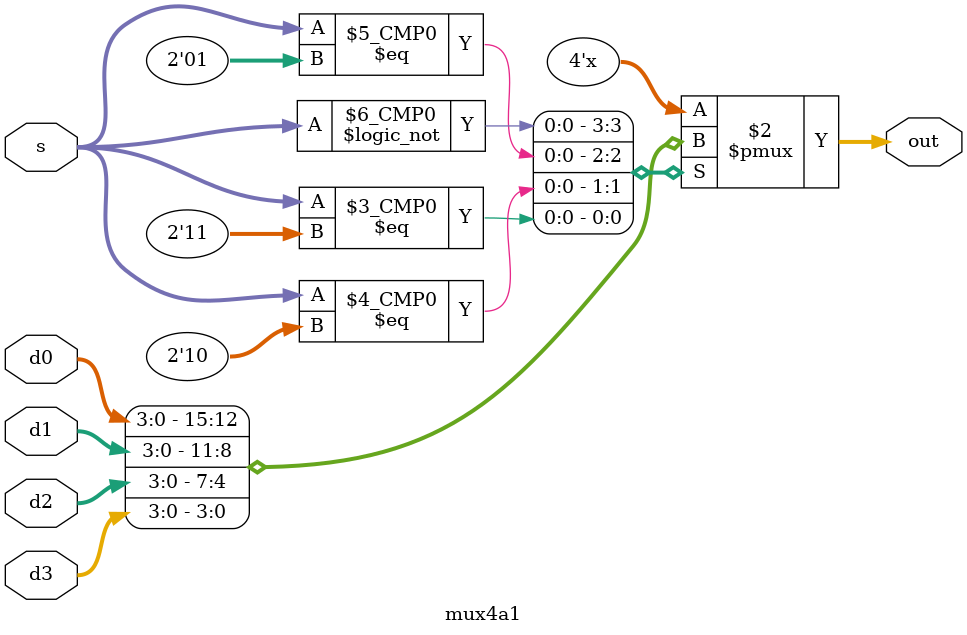
<source format=sv>
module mux4a1 #(parameter WIDTH = 4)
					(input logic [WIDTH-1:0] d0,d1,d2,d3, 
					 input logic [1:0]s, 
					 output logic [WIDTH-1:0] out);
	always_comb
		case(s)
			2'd0: out = d0;
			2'd1: out = d1;
			2'd2: out = d2;
			2'd3: out = d3;
		endcase
endmodule

</source>
